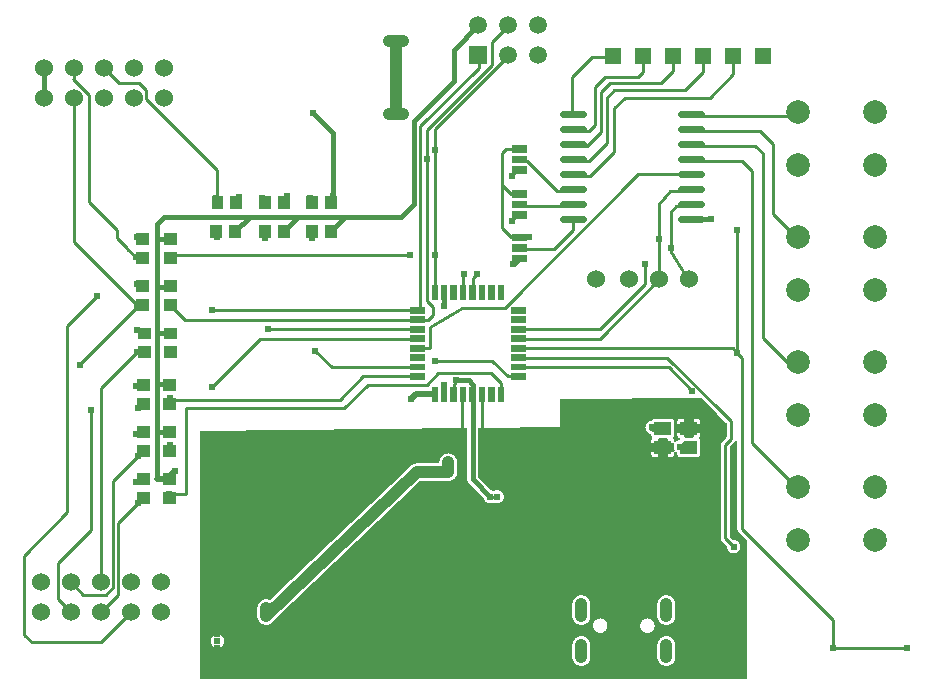
<source format=gbl>
G04 Layer: BottomLayer*
G04 EasyEDA v6.3.43, 2020-05-10T20:22:00+02:00*
G04 8efef6a7772f454f874d1fefd099d7f4,c718b20e53f548e3abf3144c64a63f4f,10*
G04 Gerber Generator version 0.2*
G04 Scale: 100 percent, Rotated: No, Reflected: No *
G04 Dimensions in millimeters *
G04 leading zeros omitted , absolute positions ,3 integer and 3 decimal *
%FSLAX33Y33*%
%MOMM*%
G90*
G71D02*

%ADD10C,0.254000*%
%ADD11C,0.499999*%
%ADD12C,0.999998*%
%ADD13C,0.259994*%
%ADD14C,0.399999*%
%ADD16C,0.599999*%
%ADD17C,0.610006*%
%ADD18C,0.609600*%
%ADD35C,1.524000*%
%ADD36C,1.498600*%
%ADD37R,1.498600X1.498600*%
%ADD38R,1.414780X1.414780*%
%ADD39C,1.999996*%

%LPD*%
G36*
G01X59623Y24092D02*
G01X59622Y24092D01*
G01X47800Y24000D01*
G01X47786Y23999D01*
G01X47772Y23996D01*
G01X47759Y23991D01*
G01X47746Y23984D01*
G01X47734Y23975D01*
G01X47724Y23965D01*
G01X47716Y23953D01*
G01X47709Y23941D01*
G01X47704Y23927D01*
G01X47701Y23913D01*
G01X47700Y23899D01*
G01X47700Y21599D01*
G01X40863Y21532D01*
G01X40849Y21531D01*
G01X40835Y21528D01*
G01X40821Y21523D01*
G01X40809Y21516D01*
G01X40797Y21507D01*
G01X40787Y21497D01*
G01X40778Y21485D01*
G01X40772Y21473D01*
G01X40767Y21459D01*
G01X40764Y21445D01*
G01X40763Y21431D01*
G01X40763Y17433D01*
G01X40764Y17418D01*
G01X40768Y17402D01*
G01X40774Y17387D01*
G01X40782Y17374D01*
G01X40792Y17362D01*
G01X41862Y16292D01*
G01X41873Y16282D01*
G01X41885Y16275D01*
G01X41898Y16269D01*
G01X41912Y16264D01*
G01X41955Y16253D01*
G01X41997Y16239D01*
G01X42038Y16221D01*
G01X42052Y16215D01*
G01X42067Y16212D01*
G01X42082Y16211D01*
G01X42098Y16212D01*
G01X42112Y16215D01*
G01X42127Y16221D01*
G01X42160Y16236D01*
G01X42194Y16249D01*
G01X42229Y16259D01*
G01X42264Y16267D01*
G01X42300Y16273D01*
G01X42337Y16277D01*
G01X42373Y16278D01*
G01X42407Y16277D01*
G01X42441Y16274D01*
G01X42474Y16269D01*
G01X42507Y16262D01*
G01X42540Y16252D01*
G01X42572Y16241D01*
G01X42603Y16228D01*
G01X42634Y16214D01*
G01X42663Y16197D01*
G01X42692Y16179D01*
G01X42719Y16158D01*
G01X42745Y16137D01*
G01X42770Y16113D01*
G01X42793Y16089D01*
G01X42815Y16063D01*
G01X42835Y16035D01*
G01X42853Y16007D01*
G01X42870Y15977D01*
G01X42885Y15947D01*
G01X42898Y15916D01*
G01X42909Y15884D01*
G01X42918Y15851D01*
G01X42925Y15818D01*
G01X42930Y15784D01*
G01X42933Y15750D01*
G01X42934Y15717D01*
G01X42933Y15683D01*
G01X42930Y15649D01*
G01X42925Y15615D01*
G01X42918Y15582D01*
G01X42909Y15550D01*
G01X42898Y15517D01*
G01X42885Y15486D01*
G01X42870Y15456D01*
G01X42853Y15426D01*
G01X42835Y15398D01*
G01X42815Y15370D01*
G01X42793Y15344D01*
G01X42770Y15320D01*
G01X42745Y15296D01*
G01X42719Y15275D01*
G01X42692Y15255D01*
G01X42663Y15236D01*
G01X42634Y15219D01*
G01X42603Y15205D01*
G01X42572Y15192D01*
G01X42540Y15181D01*
G01X42507Y15172D01*
G01X42474Y15164D01*
G01X42441Y15159D01*
G01X42407Y15156D01*
G01X42373Y15155D01*
G01X42337Y15156D01*
G01X42301Y15160D01*
G01X42265Y15166D01*
G01X42230Y15174D01*
G01X42195Y15184D01*
G01X42161Y15197D01*
G01X42128Y15212D01*
G01X42113Y15217D01*
G01X42099Y15221D01*
G01X42083Y15222D01*
G01X42068Y15221D01*
G01X42053Y15217D01*
G01X42039Y15212D01*
G01X42005Y15197D01*
G01X41971Y15184D01*
G01X41936Y15173D01*
G01X41901Y15165D01*
G01X41865Y15159D01*
G01X41829Y15156D01*
G01X41792Y15155D01*
G01X41758Y15156D01*
G01X41723Y15159D01*
G01X41689Y15164D01*
G01X41655Y15172D01*
G01X41622Y15181D01*
G01X41590Y15193D01*
G01X41558Y15206D01*
G01X41527Y15221D01*
G01X41497Y15239D01*
G01X41468Y15258D01*
G01X41441Y15279D01*
G01X41414Y15301D01*
G01X41389Y15325D01*
G01X41366Y15351D01*
G01X41344Y15378D01*
G01X41324Y15406D01*
G01X41306Y15435D01*
G01X41290Y15466D01*
G01X41275Y15497D01*
G01X41263Y15529D01*
G01X41253Y15562D01*
G01X41244Y15596D01*
G01X41240Y15610D01*
G01X41234Y15623D01*
G01X41226Y15635D01*
G01X41217Y15646D01*
G01X39983Y16879D01*
G01X39961Y16903D01*
G01X39941Y16929D01*
G01X39922Y16955D01*
G01X39905Y16983D01*
G01X39891Y17013D01*
G01X39878Y17043D01*
G01X39868Y17074D01*
G01X39860Y17105D01*
G01X39854Y17137D01*
G01X39851Y17170D01*
G01X39849Y17202D01*
G01X39849Y21420D01*
G01X39848Y21434D01*
G01X39845Y21448D01*
G01X39840Y21462D01*
G01X39833Y21475D01*
G01X39825Y21486D01*
G01X39814Y21496D01*
G01X39803Y21505D01*
G01X39790Y21512D01*
G01X39777Y21517D01*
G01X39762Y21520D01*
G01X39748Y21521D01*
G01X39747Y21521D01*
G01X17300Y21300D01*
G01X17286Y21299D01*
G01X17272Y21296D01*
G01X17258Y21291D01*
G01X17246Y21284D01*
G01X17234Y21275D01*
G01X17224Y21265D01*
G01X17215Y21254D01*
G01X17209Y21241D01*
G01X17204Y21227D01*
G01X17201Y21213D01*
G01X17200Y21199D01*
G01X17200Y358D01*
G01X17201Y343D01*
G01X17204Y329D01*
G01X17209Y315D01*
G01X17216Y303D01*
G01X17224Y291D01*
G01X17235Y281D01*
G01X17246Y272D01*
G01X17259Y265D01*
G01X17273Y260D01*
G01X17287Y257D01*
G01X17301Y256D01*
G01X63439Y256D01*
G01X63453Y257D01*
G01X63467Y260D01*
G01X63481Y265D01*
G01X63494Y272D01*
G01X63505Y281D01*
G01X63516Y291D01*
G01X63524Y303D01*
G01X63531Y315D01*
G01X63536Y329D01*
G01X63539Y343D01*
G01X63540Y358D01*
G01X63540Y11974D01*
G01X63539Y11989D01*
G01X63535Y12005D01*
G01X63529Y12020D01*
G01X63521Y12033D01*
G01X63511Y12045D01*
G01X62828Y12728D01*
G01X62808Y12750D01*
G01X62789Y12774D01*
G01X62772Y12799D01*
G01X62757Y12825D01*
G01X62745Y12852D01*
G01X62734Y12881D01*
G01X62726Y12910D01*
G01X62720Y12939D01*
G01X62717Y12969D01*
G01X62716Y12999D01*
G01X62716Y20346D01*
G01X62715Y20360D01*
G01X62711Y20375D01*
G01X62706Y20388D01*
G01X62699Y20401D01*
G01X62691Y20412D01*
G01X62681Y20423D01*
G01X62669Y20431D01*
G01X62656Y20438D01*
G01X62643Y20443D01*
G01X62628Y20447D01*
G01X62614Y20448D01*
G01X62599Y20446D01*
G01X62585Y20443D01*
G01X62571Y20438D01*
G01X62558Y20431D01*
G01X62546Y20422D01*
G01X62536Y20411D01*
G01X62527Y20399D01*
G01X62511Y20374D01*
G01X62492Y20350D01*
G01X62471Y20328D01*
G01X62113Y19969D01*
G01X62103Y19957D01*
G01X62094Y19944D01*
G01X62088Y19929D01*
G01X62084Y19913D01*
G01X62083Y19898D01*
G01X62083Y12401D01*
G01X62084Y12385D01*
G01X62088Y12369D01*
G01X62094Y12354D01*
G01X62103Y12341D01*
G01X62113Y12329D01*
G01X62353Y12090D01*
G01X62364Y12080D01*
G01X62377Y12072D01*
G01X62391Y12066D01*
G01X62406Y12062D01*
G01X62421Y12060D01*
G01X62455Y12058D01*
G01X62489Y12054D01*
G01X62523Y12047D01*
G01X62556Y12038D01*
G01X62589Y12028D01*
G01X62621Y12015D01*
G01X62652Y12001D01*
G01X62683Y11984D01*
G01X62712Y11966D01*
G01X62740Y11946D01*
G01X62766Y11924D01*
G01X62792Y11901D01*
G01X62816Y11876D01*
G01X62838Y11850D01*
G01X62859Y11823D01*
G01X62878Y11794D01*
G01X62895Y11764D01*
G01X62910Y11733D01*
G01X62923Y11701D01*
G01X62935Y11669D01*
G01X62944Y11636D01*
G01X62952Y11602D01*
G01X62957Y11568D01*
G01X62960Y11534D01*
G01X62961Y11499D01*
G01X62960Y11465D01*
G01X62957Y11432D01*
G01X62952Y11398D01*
G01X62945Y11365D01*
G01X62936Y11332D01*
G01X62925Y11300D01*
G01X62912Y11269D01*
G01X62897Y11239D01*
G01X62880Y11209D01*
G01X62862Y11181D01*
G01X62842Y11153D01*
G01X62820Y11127D01*
G01X62797Y11102D01*
G01X62772Y11079D01*
G01X62746Y11057D01*
G01X62719Y11037D01*
G01X62690Y11019D01*
G01X62661Y11002D01*
G01X62630Y10987D01*
G01X62599Y10975D01*
G01X62567Y10963D01*
G01X62534Y10954D01*
G01X62501Y10947D01*
G01X62467Y10942D01*
G01X62434Y10939D01*
G01X62400Y10938D01*
G01X62365Y10939D01*
G01X62331Y10942D01*
G01X62297Y10948D01*
G01X62263Y10955D01*
G01X62230Y10964D01*
G01X62197Y10976D01*
G01X62165Y10989D01*
G01X62135Y11005D01*
G01X62105Y11022D01*
G01X62076Y11041D01*
G01X62048Y11062D01*
G01X62022Y11084D01*
G01X61997Y11108D01*
G01X61974Y11133D01*
G01X61952Y11160D01*
G01X61932Y11188D01*
G01X61914Y11218D01*
G01X61898Y11248D01*
G01X61883Y11279D01*
G01X61871Y11312D01*
G01X61860Y11344D01*
G01X61852Y11378D01*
G01X61845Y11412D01*
G01X61841Y11446D01*
G01X61839Y11480D01*
G01X61837Y11496D01*
G01X61833Y11510D01*
G01X61827Y11524D01*
G01X61819Y11537D01*
G01X61809Y11549D01*
G01X61429Y11927D01*
G01X61408Y11950D01*
G01X61390Y11973D01*
G01X61373Y11998D01*
G01X61358Y12025D01*
G01X61345Y12052D01*
G01X61335Y12080D01*
G01X61327Y12109D01*
G01X61321Y12139D01*
G01X61317Y12169D01*
G01X61316Y12199D01*
G01X61316Y20099D01*
G01X61317Y20129D01*
G01X61321Y20159D01*
G01X61327Y20188D01*
G01X61335Y20217D01*
G01X61345Y20245D01*
G01X61358Y20273D01*
G01X61373Y20299D01*
G01X61389Y20324D01*
G01X61408Y20348D01*
G01X61428Y20370D01*
G01X61787Y20728D01*
G01X61797Y20740D01*
G01X61805Y20754D01*
G01X61811Y20768D01*
G01X61815Y20784D01*
G01X61816Y20800D01*
G01X61816Y21898D01*
G01X61815Y21914D01*
G01X61811Y21930D01*
G01X61805Y21944D01*
G01X61797Y21958D01*
G01X61786Y21970D01*
G01X61027Y22728D01*
G01X61010Y22747D01*
G01X61005Y22751D01*
G01X59694Y24062D01*
G01X59682Y24073D01*
G01X59669Y24081D01*
G01X59654Y24087D01*
G01X59638Y24091D01*
G01X59623Y24092D01*
G37*

%LPC*%
G36*
G01X38279Y19384D02*
G01X38240Y19385D01*
G01X38200Y19384D01*
G01X38161Y19381D01*
G01X38121Y19376D01*
G01X38082Y19369D01*
G01X38044Y19360D01*
G01X38006Y19349D01*
G01X37969Y19335D01*
G01X37932Y19320D01*
G01X37896Y19303D01*
G01X37862Y19284D01*
G01X37828Y19264D01*
G01X37795Y19241D01*
G01X37764Y19217D01*
G01X37734Y19192D01*
G01X37705Y19164D01*
G01X37678Y19136D01*
G01X37652Y19106D01*
G01X37628Y19074D01*
G01X37605Y19042D01*
G01X37585Y19008D01*
G01X37566Y18973D01*
G01X37549Y18937D01*
G01X37534Y18901D01*
G01X37520Y18864D01*
G01X37509Y18826D01*
G01X37500Y18787D01*
G01X37492Y18748D01*
G01X37487Y18709D01*
G01X37484Y18670D01*
G01X37482Y18655D01*
G01X37478Y18640D01*
G01X37472Y18626D01*
G01X37463Y18613D01*
G01X37453Y18602D01*
G01X37441Y18592D01*
G01X37428Y18584D01*
G01X37414Y18579D01*
G01X37399Y18575D01*
G01X37384Y18574D01*
G01X35592Y18556D01*
G01X35552Y18555D01*
G01X35511Y18551D01*
G01X35471Y18545D01*
G01X35431Y18537D01*
G01X35392Y18527D01*
G01X35353Y18515D01*
G01X35315Y18501D01*
G01X35278Y18484D01*
G01X35242Y18466D01*
G01X35206Y18446D01*
G01X35172Y18424D01*
G01X35139Y18400D01*
G01X35108Y18374D01*
G01X35078Y18347D01*
G01X23191Y7025D01*
G01X23179Y7015D01*
G01X23166Y7007D01*
G01X23151Y7001D01*
G01X23136Y6998D01*
G01X23121Y6997D01*
G01X23104Y6998D01*
G01X23087Y7003D01*
G01X23046Y7016D01*
G01X23004Y7027D01*
G01X22962Y7035D01*
G01X22919Y7042D01*
G01X22876Y7045D01*
G01X22833Y7047D01*
G01X22793Y7045D01*
G01X22753Y7042D01*
G01X22714Y7037D01*
G01X22675Y7030D01*
G01X22637Y7021D01*
G01X22599Y7009D01*
G01X22561Y6996D01*
G01X22525Y6981D01*
G01X22489Y6964D01*
G01X22454Y6945D01*
G01X22421Y6924D01*
G01X22388Y6902D01*
G01X22356Y6878D01*
G01X22326Y6852D01*
G01X22298Y6825D01*
G01X22270Y6796D01*
G01X22245Y6766D01*
G01X22220Y6735D01*
G01X22198Y6702D01*
G01X22177Y6668D01*
G01X22158Y6633D01*
G01X22141Y6598D01*
G01X22126Y6561D01*
G01X22113Y6524D01*
G01X22102Y6486D01*
G01X22093Y6447D01*
G01X22085Y6408D01*
G01X22080Y6369D01*
G01X22077Y6330D01*
G01X22076Y6290D01*
G01X22076Y5638D01*
G01X22077Y5599D01*
G01X22080Y5559D01*
G01X22085Y5520D01*
G01X22093Y5481D01*
G01X22102Y5443D01*
G01X22113Y5405D01*
G01X22126Y5367D01*
G01X22141Y5331D01*
G01X22158Y5295D01*
G01X22177Y5260D01*
G01X22198Y5226D01*
G01X22220Y5194D01*
G01X22245Y5162D01*
G01X22270Y5132D01*
G01X22326Y5076D01*
G01X22356Y5051D01*
G01X22388Y5026D01*
G01X22420Y5004D01*
G01X22454Y4983D01*
G01X22489Y4964D01*
G01X22525Y4947D01*
G01X22561Y4932D01*
G01X22599Y4919D01*
G01X22637Y4908D01*
G01X22675Y4898D01*
G01X22714Y4891D01*
G01X22753Y4886D01*
G01X22793Y4883D01*
G01X22833Y4882D01*
G01X22874Y4883D01*
G01X22915Y4886D01*
G01X22956Y4892D01*
G01X22997Y4900D01*
G01X23037Y4910D01*
G01X23077Y4923D01*
G01X23116Y4937D01*
G01X23154Y4954D01*
G01X23191Y4972D01*
G01X23227Y4993D01*
G01X23262Y5015D01*
G01X23295Y5040D01*
G01X23327Y5066D01*
G01X23358Y5094D01*
G01X35876Y17018D01*
G01X35888Y17028D01*
G01X35901Y17036D01*
G01X35915Y17041D01*
G01X35930Y17045D01*
G01X35945Y17046D01*
G01X38247Y17069D01*
G01X38286Y17070D01*
G01X38326Y17074D01*
G01X38364Y17079D01*
G01X38403Y17087D01*
G01X38441Y17096D01*
G01X38479Y17108D01*
G01X38516Y17121D01*
G01X38552Y17137D01*
G01X38588Y17154D01*
G01X38622Y17173D01*
G01X38656Y17194D01*
G01X38688Y17216D01*
G01X38719Y17240D01*
G01X38749Y17266D01*
G01X38777Y17293D01*
G01X38804Y17322D01*
G01X38829Y17352D01*
G01X38853Y17383D01*
G01X38875Y17416D01*
G01X38896Y17449D01*
G01X38915Y17484D01*
G01X38931Y17520D01*
G01X38946Y17556D01*
G01X38959Y17593D01*
G01X38971Y17631D01*
G01X38980Y17669D01*
G01X38987Y17708D01*
G01X38992Y17747D01*
G01X38995Y17786D01*
G01X38996Y17825D01*
G01X38996Y18629D01*
G01X38995Y18669D01*
G01X38992Y18708D01*
G01X38987Y18747D01*
G01X38980Y18786D01*
G01X38970Y18825D01*
G01X38959Y18863D01*
G01X38946Y18900D01*
G01X38931Y18937D01*
G01X38914Y18972D01*
G01X38895Y19007D01*
G01X38874Y19041D01*
G01X38852Y19074D01*
G01X38827Y19105D01*
G01X38802Y19135D01*
G01X38774Y19164D01*
G01X38746Y19191D01*
G01X38716Y19217D01*
G01X38684Y19241D01*
G01X38652Y19263D01*
G01X38618Y19284D01*
G01X38583Y19303D01*
G01X38547Y19320D01*
G01X38511Y19335D01*
G01X38473Y19348D01*
G01X38435Y19360D01*
G01X38397Y19369D01*
G01X38358Y19376D01*
G01X38319Y19381D01*
G01X38279Y19384D01*
G37*
G36*
G01X57099Y22331D02*
G01X55699Y22331D01*
G01X55675Y22330D01*
G01X55651Y22327D01*
G01X55627Y22321D01*
G01X55604Y22313D01*
G01X55582Y22303D01*
G01X55560Y22290D01*
G01X55541Y22276D01*
G01X55522Y22260D01*
G01X55505Y22242D01*
G01X55490Y22223D01*
G01X55477Y22202D01*
G01X55469Y22190D01*
G01X55458Y22179D01*
G01X55447Y22170D01*
G01X55434Y22162D01*
G01X55420Y22156D01*
G01X55406Y22153D01*
G01X55372Y22146D01*
G01X55339Y22137D01*
G01X55307Y22127D01*
G01X55275Y22114D01*
G01X55244Y22099D01*
G01X55214Y22083D01*
G01X55185Y22064D01*
G01X55157Y22044D01*
G01X55131Y22023D01*
G01X55106Y21999D01*
G01X55082Y21975D01*
G01X55060Y21948D01*
G01X55039Y21921D01*
G01X55021Y21892D01*
G01X55004Y21863D01*
G01X54989Y21832D01*
G01X54975Y21800D01*
G01X54964Y21768D01*
G01X54955Y21735D01*
G01X54948Y21702D01*
G01X54942Y21668D01*
G01X54939Y21634D01*
G01X54938Y21599D01*
G01X54939Y21565D01*
G01X54942Y21531D01*
G01X54948Y21497D01*
G01X54955Y21463D01*
G01X54964Y21430D01*
G01X54976Y21398D01*
G01X54989Y21366D01*
G01X55004Y21336D01*
G01X55021Y21306D01*
G01X55040Y21277D01*
G01X55061Y21250D01*
G01X55083Y21223D01*
G01X55107Y21199D01*
G01X55132Y21175D01*
G01X55158Y21154D01*
G01X55186Y21134D01*
G01X55215Y21115D01*
G01X55245Y21099D01*
G01X55277Y21084D01*
G01X55308Y21072D01*
G01X55341Y21061D01*
G01X55360Y21053D01*
G01X55384Y21041D01*
G01X55397Y21034D01*
G01X55408Y21025D01*
G01X55418Y21015D01*
G01X55427Y21003D01*
G01X55434Y20991D01*
G01X55439Y20977D01*
G01X55442Y20963D01*
G01X55443Y20949D01*
G01X55443Y20925D01*
G01X55444Y20900D01*
G01X55448Y20875D01*
G01X55454Y20851D01*
G01X55462Y20828D01*
G01X55472Y20805D01*
G01X55485Y20784D01*
G01X55510Y20749D01*
G01X55517Y20733D01*
G01X55521Y20717D01*
G01X55522Y20700D01*
G01X55521Y20682D01*
G01X55517Y20666D01*
G01X55510Y20650D01*
G01X55500Y20636D01*
G01X55485Y20616D01*
G01X55472Y20594D01*
G01X55462Y20572D01*
G01X55454Y20548D01*
G01X55448Y20524D01*
G01X55444Y20499D01*
G01X55443Y20474D01*
G01X55443Y20250D01*
G01X55986Y20250D01*
G01X55986Y20567D01*
G01X55987Y20581D01*
G01X55990Y20595D01*
G01X55995Y20609D01*
G01X56002Y20621D01*
G01X56011Y20633D01*
G01X56021Y20643D01*
G01X56033Y20652D01*
G01X56045Y20659D01*
G01X56059Y20664D01*
G01X56073Y20667D01*
G01X56088Y20668D01*
G01X56711Y20668D01*
G01X56726Y20667D01*
G01X56740Y20664D01*
G01X56753Y20659D01*
G01X56766Y20652D01*
G01X56778Y20643D01*
G01X56788Y20633D01*
G01X56797Y20621D01*
G01X56804Y20609D01*
G01X56809Y20595D01*
G01X56812Y20581D01*
G01X56813Y20567D01*
G01X56813Y20250D01*
G01X57264Y20250D01*
G01X57279Y20249D01*
G01X57293Y20246D01*
G01X57307Y20241D01*
G01X57319Y20234D01*
G01X57331Y20226D01*
G01X57341Y20215D01*
G01X57350Y20204D01*
G01X57357Y20191D01*
G01X57362Y20178D01*
G01X57365Y20163D01*
G01X57366Y20149D01*
G01X57365Y20134D01*
G01X57362Y20120D01*
G01X57351Y20080D01*
G01X57344Y20040D01*
G01X57340Y20000D01*
G01X57338Y19959D01*
G01X57339Y19925D01*
G01X57342Y19891D01*
G01X57347Y19858D01*
G01X57355Y19824D01*
G01X57364Y19792D01*
G01X57375Y19759D01*
G01X57388Y19728D01*
G01X57403Y19697D01*
G01X57409Y19682D01*
G01X57413Y19666D01*
G01X57415Y19650D01*
G01X57414Y19636D01*
G01X57411Y19621D01*
G01X57399Y19595D01*
G01X57390Y19584D01*
G01X57380Y19573D01*
G01X57368Y19565D01*
G01X57355Y19558D01*
G01X57342Y19553D01*
G01X57328Y19550D01*
G01X57313Y19548D01*
G01X56813Y19548D01*
G01X56813Y19068D01*
G01X57099Y19068D01*
G01X57123Y19069D01*
G01X57147Y19072D01*
G01X57170Y19078D01*
G01X57192Y19085D01*
G01X57214Y19095D01*
G01X57234Y19106D01*
G01X57254Y19120D01*
G01X57272Y19135D01*
G01X57289Y19152D01*
G01X57304Y19170D01*
G01X57317Y19189D01*
G01X57329Y19210D01*
G01X57339Y19232D01*
G01X57346Y19254D01*
G01X57352Y19277D01*
G01X57355Y19301D01*
G01X57356Y19324D01*
G01X57356Y19465D01*
G01X57357Y19479D01*
G01X57360Y19494D01*
G01X57365Y19507D01*
G01X57372Y19520D01*
G01X57381Y19532D01*
G01X57391Y19542D01*
G01X57403Y19551D01*
G01X57415Y19557D01*
G01X57429Y19563D01*
G01X57443Y19566D01*
G01X57458Y19567D01*
G01X57472Y19566D01*
G01X57487Y19562D01*
G01X57501Y19557D01*
G01X57514Y19550D01*
G01X57525Y19541D01*
G01X57560Y19512D01*
G01X57596Y19487D01*
G01X57608Y19478D01*
G01X57618Y19468D01*
G01X57627Y19456D01*
G01X57634Y19443D01*
G01X57639Y19430D01*
G01X57642Y19416D01*
G01X57643Y19401D01*
G01X57643Y19324D01*
G01X57644Y19301D01*
G01X57648Y19277D01*
G01X57653Y19254D01*
G01X57660Y19232D01*
G01X57670Y19210D01*
G01X57682Y19189D01*
G01X57695Y19170D01*
G01X57710Y19152D01*
G01X57727Y19135D01*
G01X57745Y19120D01*
G01X57765Y19106D01*
G01X57785Y19095D01*
G01X57807Y19085D01*
G01X57830Y19078D01*
G01X57853Y19072D01*
G01X57876Y19069D01*
G01X57900Y19068D01*
G01X59300Y19068D01*
G01X59323Y19069D01*
G01X59347Y19072D01*
G01X59370Y19078D01*
G01X59392Y19085D01*
G01X59414Y19095D01*
G01X59435Y19106D01*
G01X59454Y19120D01*
G01X59473Y19135D01*
G01X59489Y19152D01*
G01X59504Y19170D01*
G01X59518Y19189D01*
G01X59529Y19210D01*
G01X59539Y19232D01*
G01X59546Y19254D01*
G01X59552Y19277D01*
G01X59555Y19301D01*
G01X59556Y19324D01*
G01X59556Y20474D01*
G01X59555Y20499D01*
G01X59551Y20524D01*
G01X59545Y20548D01*
G01X59537Y20572D01*
G01X59527Y20594D01*
G01X59514Y20616D01*
G01X59499Y20636D01*
G01X59490Y20650D01*
G01X59482Y20666D01*
G01X59478Y20682D01*
G01X59477Y20700D01*
G01X59478Y20717D01*
G01X59482Y20733D01*
G01X59490Y20749D01*
G01X59499Y20763D01*
G01X59514Y20784D01*
G01X59526Y20805D01*
G01X59537Y20827D01*
G01X59545Y20851D01*
G01X59551Y20875D01*
G01X59555Y20900D01*
G01X59556Y20925D01*
G01X59556Y21149D01*
G01X59013Y21149D01*
G01X59013Y20833D01*
G01X59012Y20818D01*
G01X59009Y20804D01*
G01X59004Y20790D01*
G01X58997Y20778D01*
G01X58988Y20766D01*
G01X58978Y20756D01*
G01X58966Y20747D01*
G01X58954Y20740D01*
G01X58940Y20735D01*
G01X58926Y20732D01*
G01X58911Y20731D01*
G01X58288Y20731D01*
G01X58273Y20732D01*
G01X58259Y20735D01*
G01X58245Y20740D01*
G01X58233Y20747D01*
G01X58221Y20756D01*
G01X58211Y20766D01*
G01X58202Y20778D01*
G01X58195Y20790D01*
G01X58190Y20804D01*
G01X58187Y20818D01*
G01X58186Y20833D01*
G01X58186Y21149D01*
G01X57643Y21149D01*
G01X57643Y20925D01*
G01X57644Y20901D01*
G01X57647Y20877D01*
G01X57653Y20854D01*
G01X57660Y20831D01*
G01X57670Y20810D01*
G01X57682Y20789D01*
G01X57695Y20769D01*
G01X57711Y20751D01*
G01X57728Y20734D01*
G01X57746Y20719D01*
G01X57766Y20706D01*
G01X57787Y20694D01*
G01X57800Y20686D01*
G01X57813Y20676D01*
G01X57823Y20663D01*
G01X57832Y20650D01*
G01X57838Y20635D01*
G01X57842Y20619D01*
G01X57843Y20603D01*
G01X57842Y20588D01*
G01X57839Y20573D01*
G01X57834Y20559D01*
G01X57826Y20546D01*
G01X57817Y20535D01*
G01X57806Y20524D01*
G01X57794Y20516D01*
G01X57780Y20509D01*
G01X57766Y20504D01*
G01X57733Y20495D01*
G01X57700Y20484D01*
G01X57669Y20471D01*
G01X57638Y20456D01*
G01X57608Y20439D01*
G01X57579Y20420D01*
G01X57552Y20400D01*
G01X57525Y20377D01*
G01X57514Y20368D01*
G01X57501Y20361D01*
G01X57487Y20356D01*
G01X57472Y20353D01*
G01X57458Y20352D01*
G01X57443Y20353D01*
G01X57429Y20356D01*
G01X57415Y20361D01*
G01X57403Y20368D01*
G01X57391Y20376D01*
G01X57381Y20387D01*
G01X57372Y20398D01*
G01X57365Y20411D01*
G01X57360Y20425D01*
G01X57357Y20439D01*
G01X57356Y20453D01*
G01X57356Y20474D01*
G01X57355Y20499D01*
G01X57351Y20524D01*
G01X57345Y20548D01*
G01X57337Y20572D01*
G01X57326Y20594D01*
G01X57314Y20616D01*
G01X57299Y20636D01*
G01X57289Y20650D01*
G01X57282Y20666D01*
G01X57278Y20682D01*
G01X57276Y20700D01*
G01X57278Y20717D01*
G01X57282Y20733D01*
G01X57289Y20749D01*
G01X57314Y20784D01*
G01X57326Y20805D01*
G01X57337Y20828D01*
G01X57345Y20851D01*
G01X57351Y20875D01*
G01X57355Y20900D01*
G01X57356Y20925D01*
G01X57356Y22075D01*
G01X57355Y22098D01*
G01X57352Y22122D01*
G01X57346Y22145D01*
G01X57339Y22167D01*
G01X57329Y22189D01*
G01X57317Y22210D01*
G01X57304Y22229D01*
G01X57289Y22248D01*
G01X57272Y22264D01*
G01X57254Y22279D01*
G01X57234Y22293D01*
G01X57214Y22304D01*
G01X57192Y22314D01*
G01X57170Y22321D01*
G01X57147Y22327D01*
G01X57123Y22330D01*
G01X57099Y22331D01*
G37*
G36*
G01X49543Y3914D02*
G01X49504Y3915D01*
G01X49464Y3914D01*
G01X49424Y3911D01*
G01X49385Y3906D01*
G01X49346Y3899D01*
G01X49308Y3890D01*
G01X49270Y3878D01*
G01X49232Y3865D01*
G01X49196Y3850D01*
G01X49160Y3833D01*
G01X49125Y3814D01*
G01X49092Y3793D01*
G01X49059Y3771D01*
G01X49027Y3747D01*
G01X48997Y3721D01*
G01X48969Y3694D01*
G01X48941Y3665D01*
G01X48916Y3635D01*
G01X48891Y3604D01*
G01X48869Y3571D01*
G01X48848Y3537D01*
G01X48829Y3502D01*
G01X48812Y3467D01*
G01X48797Y3430D01*
G01X48784Y3393D01*
G01X48773Y3355D01*
G01X48764Y3316D01*
G01X48756Y3277D01*
G01X48751Y3238D01*
G01X48748Y3199D01*
G01X48747Y3159D01*
G01X48747Y2160D01*
G01X48748Y2121D01*
G01X48751Y2081D01*
G01X48756Y2042D01*
G01X48764Y2003D01*
G01X48773Y1964D01*
G01X48784Y1926D01*
G01X48797Y1889D01*
G01X48812Y1853D01*
G01X48829Y1817D01*
G01X48848Y1782D01*
G01X48869Y1748D01*
G01X48891Y1716D01*
G01X48916Y1684D01*
G01X48941Y1654D01*
G01X48969Y1625D01*
G01X48997Y1598D01*
G01X49027Y1572D01*
G01X49059Y1548D01*
G01X49092Y1526D01*
G01X49125Y1505D01*
G01X49160Y1486D01*
G01X49196Y1469D01*
G01X49232Y1454D01*
G01X49270Y1441D01*
G01X49308Y1429D01*
G01X49346Y1420D01*
G01X49385Y1413D01*
G01X49424Y1408D01*
G01X49464Y1405D01*
G01X49504Y1404D01*
G01X49543Y1405D01*
G01X49583Y1408D01*
G01X49622Y1413D01*
G01X49661Y1420D01*
G01X49699Y1429D01*
G01X49737Y1441D01*
G01X49775Y1454D01*
G01X49811Y1469D01*
G01X49847Y1486D01*
G01X49882Y1505D01*
G01X49916Y1526D01*
G01X49948Y1548D01*
G01X49980Y1572D01*
G01X50010Y1598D01*
G01X50038Y1625D01*
G01X50066Y1654D01*
G01X50091Y1684D01*
G01X50116Y1716D01*
G01X50138Y1748D01*
G01X50159Y1782D01*
G01X50178Y1817D01*
G01X50195Y1853D01*
G01X50210Y1889D01*
G01X50223Y1926D01*
G01X50234Y1964D01*
G01X50244Y2003D01*
G01X50251Y2042D01*
G01X50256Y2081D01*
G01X50259Y2121D01*
G01X50260Y2160D01*
G01X50260Y3159D01*
G01X50259Y3199D01*
G01X50256Y3238D01*
G01X50251Y3277D01*
G01X50244Y3316D01*
G01X50234Y3355D01*
G01X50223Y3393D01*
G01X50210Y3430D01*
G01X50195Y3467D01*
G01X50178Y3502D01*
G01X50159Y3537D01*
G01X50138Y3571D01*
G01X50116Y3604D01*
G01X50091Y3635D01*
G01X50066Y3665D01*
G01X50038Y3694D01*
G01X50010Y3721D01*
G01X49980Y3747D01*
G01X49948Y3771D01*
G01X49916Y3793D01*
G01X49882Y3814D01*
G01X49847Y3833D01*
G01X49811Y3850D01*
G01X49775Y3865D01*
G01X49737Y3878D01*
G01X49699Y3890D01*
G01X49661Y3899D01*
G01X49622Y3906D01*
G01X49583Y3911D01*
G01X49543Y3914D01*
G37*
G36*
G01X49543Y7384D02*
G01X49504Y7385D01*
G01X49464Y7384D01*
G01X49424Y7381D01*
G01X49385Y7376D01*
G01X49346Y7369D01*
G01X49308Y7359D01*
G01X49270Y7348D01*
G01X49232Y7335D01*
G01X49196Y7320D01*
G01X49160Y7303D01*
G01X49125Y7284D01*
G01X49092Y7263D01*
G01X49059Y7241D01*
G01X49027Y7217D01*
G01X48997Y7191D01*
G01X48969Y7164D01*
G01X48941Y7135D01*
G01X48916Y7105D01*
G01X48891Y7073D01*
G01X48869Y7041D01*
G01X48848Y7007D01*
G01X48829Y6972D01*
G01X48812Y6936D01*
G01X48797Y6900D01*
G01X48784Y6862D01*
G01X48773Y6824D01*
G01X48764Y6786D01*
G01X48756Y6747D01*
G01X48751Y6708D01*
G01X48748Y6668D01*
G01X48747Y6629D01*
G01X48747Y5630D01*
G01X48748Y5590D01*
G01X48751Y5551D01*
G01X48756Y5512D01*
G01X48764Y5473D01*
G01X48773Y5434D01*
G01X48784Y5396D01*
G01X48797Y5359D01*
G01X48812Y5322D01*
G01X48829Y5286D01*
G01X48848Y5252D01*
G01X48869Y5218D01*
G01X48891Y5185D01*
G01X48916Y5154D01*
G01X48941Y5124D01*
G01X48969Y5095D01*
G01X48997Y5068D01*
G01X49027Y5042D01*
G01X49059Y5018D01*
G01X49092Y4995D01*
G01X49125Y4975D01*
G01X49160Y4956D01*
G01X49196Y4939D01*
G01X49232Y4924D01*
G01X49270Y4910D01*
G01X49308Y4899D01*
G01X49346Y4890D01*
G01X49385Y4883D01*
G01X49424Y4877D01*
G01X49464Y4874D01*
G01X49504Y4873D01*
G01X49543Y4874D01*
G01X49583Y4877D01*
G01X49622Y4883D01*
G01X49661Y4890D01*
G01X49699Y4899D01*
G01X49737Y4910D01*
G01X49775Y4924D01*
G01X49811Y4939D01*
G01X49847Y4956D01*
G01X49882Y4975D01*
G01X49916Y4995D01*
G01X49948Y5018D01*
G01X49980Y5042D01*
G01X50010Y5068D01*
G01X50038Y5095D01*
G01X50066Y5124D01*
G01X50091Y5154D01*
G01X50116Y5185D01*
G01X50138Y5218D01*
G01X50159Y5252D01*
G01X50178Y5286D01*
G01X50195Y5322D01*
G01X50210Y5359D01*
G01X50223Y5396D01*
G01X50234Y5434D01*
G01X50244Y5473D01*
G01X50251Y5512D01*
G01X50256Y5551D01*
G01X50259Y5590D01*
G01X50260Y5630D01*
G01X50260Y6629D01*
G01X50259Y6668D01*
G01X50256Y6708D01*
G01X50251Y6747D01*
G01X50244Y6786D01*
G01X50234Y6824D01*
G01X50223Y6862D01*
G01X50210Y6900D01*
G01X50195Y6936D01*
G01X50178Y6972D01*
G01X50159Y7007D01*
G01X50138Y7041D01*
G01X50116Y7073D01*
G01X50091Y7105D01*
G01X50066Y7135D01*
G01X50038Y7164D01*
G01X50010Y7191D01*
G01X49980Y7217D01*
G01X49948Y7241D01*
G01X49916Y7263D01*
G01X49882Y7284D01*
G01X49847Y7303D01*
G01X49811Y7320D01*
G01X49775Y7335D01*
G01X49737Y7348D01*
G01X49699Y7359D01*
G01X49661Y7369D01*
G01X49622Y7376D01*
G01X49583Y7381D01*
G01X49543Y7384D01*
G37*
G36*
G01X56741Y3914D02*
G01X56702Y3915D01*
G01X56662Y3914D01*
G01X56623Y3911D01*
G01X56584Y3906D01*
G01X56545Y3899D01*
G01X56506Y3890D01*
G01X56468Y3878D01*
G01X56431Y3865D01*
G01X56394Y3850D01*
G01X56358Y3833D01*
G01X56324Y3814D01*
G01X56290Y3793D01*
G01X56257Y3771D01*
G01X56226Y3747D01*
G01X56196Y3721D01*
G01X56167Y3694D01*
G01X56140Y3665D01*
G01X56114Y3635D01*
G01X56090Y3604D01*
G01X56067Y3571D01*
G01X56047Y3537D01*
G01X56028Y3502D01*
G01X56011Y3467D01*
G01X55996Y3430D01*
G01X55982Y3393D01*
G01X55971Y3355D01*
G01X55962Y3316D01*
G01X55955Y3277D01*
G01X55950Y3238D01*
G01X55946Y3199D01*
G01X55945Y3159D01*
G01X55945Y2160D01*
G01X55946Y2121D01*
G01X55950Y2081D01*
G01X55955Y2042D01*
G01X55962Y2003D01*
G01X55971Y1964D01*
G01X55982Y1926D01*
G01X55996Y1889D01*
G01X56011Y1853D01*
G01X56028Y1817D01*
G01X56047Y1782D01*
G01X56067Y1748D01*
G01X56090Y1716D01*
G01X56114Y1684D01*
G01X56140Y1654D01*
G01X56167Y1625D01*
G01X56196Y1598D01*
G01X56226Y1572D01*
G01X56257Y1548D01*
G01X56290Y1526D01*
G01X56324Y1505D01*
G01X56358Y1486D01*
G01X56394Y1469D01*
G01X56431Y1454D01*
G01X56468Y1441D01*
G01X56506Y1429D01*
G01X56545Y1420D01*
G01X56584Y1413D01*
G01X56623Y1408D01*
G01X56662Y1405D01*
G01X56702Y1404D01*
G01X56741Y1405D01*
G01X56781Y1408D01*
G01X56820Y1413D01*
G01X56859Y1420D01*
G01X56898Y1429D01*
G01X56936Y1441D01*
G01X56973Y1454D01*
G01X57010Y1469D01*
G01X57045Y1486D01*
G01X57080Y1505D01*
G01X57114Y1526D01*
G01X57147Y1548D01*
G01X57178Y1572D01*
G01X57208Y1598D01*
G01X57237Y1625D01*
G01X57264Y1654D01*
G01X57290Y1684D01*
G01X57314Y1716D01*
G01X57336Y1748D01*
G01X57357Y1782D01*
G01X57376Y1817D01*
G01X57393Y1853D01*
G01X57408Y1889D01*
G01X57421Y1926D01*
G01X57433Y1964D01*
G01X57442Y2003D01*
G01X57449Y2042D01*
G01X57454Y2081D01*
G01X57457Y2121D01*
G01X57458Y2160D01*
G01X57458Y3159D01*
G01X57457Y3199D01*
G01X57454Y3238D01*
G01X57449Y3277D01*
G01X57442Y3316D01*
G01X57433Y3355D01*
G01X57421Y3393D01*
G01X57408Y3430D01*
G01X57393Y3467D01*
G01X57376Y3502D01*
G01X57357Y3537D01*
G01X57336Y3571D01*
G01X57314Y3604D01*
G01X57290Y3635D01*
G01X57264Y3665D01*
G01X57237Y3694D01*
G01X57208Y3721D01*
G01X57178Y3747D01*
G01X57147Y3771D01*
G01X57114Y3793D01*
G01X57080Y3814D01*
G01X57045Y3833D01*
G01X57010Y3850D01*
G01X56973Y3865D01*
G01X56936Y3878D01*
G01X56898Y3890D01*
G01X56859Y3899D01*
G01X56820Y3906D01*
G01X56781Y3911D01*
G01X56741Y3914D01*
G37*
G36*
G01X56741Y7384D02*
G01X56702Y7385D01*
G01X56662Y7384D01*
G01X56623Y7381D01*
G01X56584Y7376D01*
G01X56545Y7369D01*
G01X56506Y7359D01*
G01X56468Y7348D01*
G01X56431Y7335D01*
G01X56394Y7320D01*
G01X56358Y7303D01*
G01X56324Y7284D01*
G01X56290Y7263D01*
G01X56257Y7241D01*
G01X56226Y7217D01*
G01X56196Y7191D01*
G01X56167Y7164D01*
G01X56140Y7135D01*
G01X56114Y7105D01*
G01X56090Y7073D01*
G01X56067Y7041D01*
G01X56047Y7007D01*
G01X56028Y6972D01*
G01X56011Y6936D01*
G01X55996Y6900D01*
G01X55982Y6862D01*
G01X55971Y6824D01*
G01X55962Y6786D01*
G01X55955Y6747D01*
G01X55950Y6708D01*
G01X55946Y6668D01*
G01X55945Y6629D01*
G01X55945Y5630D01*
G01X55946Y5590D01*
G01X55950Y5551D01*
G01X55955Y5512D01*
G01X55962Y5473D01*
G01X55971Y5434D01*
G01X55982Y5396D01*
G01X55996Y5359D01*
G01X56011Y5322D01*
G01X56028Y5286D01*
G01X56047Y5252D01*
G01X56067Y5218D01*
G01X56090Y5185D01*
G01X56114Y5154D01*
G01X56140Y5124D01*
G01X56167Y5095D01*
G01X56196Y5068D01*
G01X56226Y5042D01*
G01X56257Y5018D01*
G01X56290Y4995D01*
G01X56324Y4975D01*
G01X56358Y4956D01*
G01X56394Y4939D01*
G01X56431Y4924D01*
G01X56468Y4910D01*
G01X56506Y4899D01*
G01X56545Y4890D01*
G01X56584Y4883D01*
G01X56623Y4877D01*
G01X56662Y4874D01*
G01X56702Y4873D01*
G01X56741Y4874D01*
G01X56781Y4877D01*
G01X56820Y4883D01*
G01X56859Y4890D01*
G01X56898Y4899D01*
G01X56936Y4910D01*
G01X56973Y4924D01*
G01X57010Y4939D01*
G01X57045Y4956D01*
G01X57080Y4975D01*
G01X57114Y4995D01*
G01X57147Y5018D01*
G01X57178Y5042D01*
G01X57208Y5068D01*
G01X57237Y5095D01*
G01X57264Y5124D01*
G01X57290Y5154D01*
G01X57314Y5185D01*
G01X57336Y5218D01*
G01X57357Y5252D01*
G01X57376Y5286D01*
G01X57393Y5322D01*
G01X57408Y5359D01*
G01X57421Y5396D01*
G01X57433Y5434D01*
G01X57442Y5473D01*
G01X57449Y5512D01*
G01X57454Y5551D01*
G01X57457Y5590D01*
G01X57458Y5630D01*
G01X57458Y6629D01*
G01X57457Y6668D01*
G01X57454Y6708D01*
G01X57449Y6747D01*
G01X57442Y6786D01*
G01X57433Y6824D01*
G01X57421Y6862D01*
G01X57408Y6900D01*
G01X57393Y6936D01*
G01X57376Y6972D01*
G01X57357Y7007D01*
G01X57336Y7041D01*
G01X57314Y7073D01*
G01X57290Y7105D01*
G01X57264Y7135D01*
G01X57237Y7164D01*
G01X57208Y7191D01*
G01X57178Y7217D01*
G01X57147Y7241D01*
G01X57114Y7263D01*
G01X57080Y7284D01*
G01X57045Y7303D01*
G01X57010Y7320D01*
G01X56973Y7335D01*
G01X56936Y7348D01*
G01X56898Y7359D01*
G01X56859Y7369D01*
G01X56820Y7376D01*
G01X56781Y7381D01*
G01X56741Y7384D01*
G37*
G36*
G01X51138Y5415D02*
G01X51103Y5416D01*
G01X51068Y5415D01*
G01X51033Y5411D01*
G01X50998Y5406D01*
G01X50963Y5399D01*
G01X50929Y5390D01*
G01X50896Y5379D01*
G01X50863Y5366D01*
G01X50831Y5351D01*
G01X50800Y5334D01*
G01X50770Y5316D01*
G01X50741Y5296D01*
G01X50713Y5274D01*
G01X50687Y5250D01*
G01X50662Y5225D01*
G01X50638Y5199D01*
G01X50616Y5171D01*
G01X50596Y5142D01*
G01X50578Y5112D01*
G01X50561Y5081D01*
G01X50546Y5049D01*
G01X50533Y5016D01*
G01X50522Y4983D01*
G01X50513Y4949D01*
G01X50506Y4914D01*
G01X50501Y4879D01*
G01X50497Y4844D01*
G01X50496Y4809D01*
G01X50497Y4774D01*
G01X50501Y4739D01*
G01X50506Y4704D01*
G01X50513Y4669D01*
G01X50522Y4635D01*
G01X50533Y4602D01*
G01X50546Y4569D01*
G01X50561Y4537D01*
G01X50578Y4506D01*
G01X50596Y4476D01*
G01X50616Y4447D01*
G01X50638Y4419D01*
G01X50662Y4393D01*
G01X50687Y4368D01*
G01X50713Y4344D01*
G01X50741Y4322D01*
G01X50770Y4302D01*
G01X50800Y4284D01*
G01X50831Y4267D01*
G01X50863Y4252D01*
G01X50896Y4239D01*
G01X50929Y4228D01*
G01X50963Y4219D01*
G01X50998Y4212D01*
G01X51033Y4207D01*
G01X51068Y4203D01*
G01X51103Y4202D01*
G01X51138Y4203D01*
G01X51173Y4207D01*
G01X51208Y4212D01*
G01X51243Y4219D01*
G01X51277Y4228D01*
G01X51310Y4239D01*
G01X51343Y4252D01*
G01X51375Y4267D01*
G01X51406Y4284D01*
G01X51436Y4302D01*
G01X51465Y4322D01*
G01X51493Y4344D01*
G01X51519Y4368D01*
G01X51544Y4393D01*
G01X51568Y4419D01*
G01X51590Y4447D01*
G01X51610Y4476D01*
G01X51628Y4506D01*
G01X51645Y4537D01*
G01X51660Y4569D01*
G01X51673Y4602D01*
G01X51684Y4635D01*
G01X51693Y4669D01*
G01X51700Y4704D01*
G01X51705Y4739D01*
G01X51709Y4774D01*
G01X51710Y4809D01*
G01X51709Y4844D01*
G01X51705Y4879D01*
G01X51700Y4914D01*
G01X51693Y4949D01*
G01X51684Y4983D01*
G01X51673Y5016D01*
G01X51660Y5049D01*
G01X51645Y5081D01*
G01X51628Y5112D01*
G01X51610Y5142D01*
G01X51590Y5171D01*
G01X51568Y5199D01*
G01X51544Y5225D01*
G01X51519Y5250D01*
G01X51493Y5274D01*
G01X51465Y5296D01*
G01X51436Y5316D01*
G01X51406Y5334D01*
G01X51375Y5351D01*
G01X51343Y5366D01*
G01X51310Y5379D01*
G01X51277Y5390D01*
G01X51243Y5399D01*
G01X51208Y5406D01*
G01X51173Y5411D01*
G01X51138Y5415D01*
G37*
G36*
G01X55136Y5415D02*
G01X55101Y5416D01*
G01X55066Y5415D01*
G01X55031Y5411D01*
G01X54996Y5406D01*
G01X54961Y5399D01*
G01X54927Y5390D01*
G01X54894Y5379D01*
G01X54861Y5366D01*
G01X54829Y5351D01*
G01X54798Y5334D01*
G01X54768Y5316D01*
G01X54739Y5296D01*
G01X54711Y5274D01*
G01X54685Y5250D01*
G01X54660Y5225D01*
G01X54636Y5199D01*
G01X54614Y5171D01*
G01X54594Y5142D01*
G01X54576Y5112D01*
G01X54559Y5081D01*
G01X54544Y5049D01*
G01X54531Y5016D01*
G01X54520Y4983D01*
G01X54511Y4949D01*
G01X54504Y4914D01*
G01X54499Y4879D01*
G01X54495Y4844D01*
G01X54494Y4809D01*
G01X54495Y4774D01*
G01X54499Y4739D01*
G01X54504Y4704D01*
G01X54511Y4669D01*
G01X54520Y4635D01*
G01X54531Y4602D01*
G01X54544Y4569D01*
G01X54559Y4537D01*
G01X54576Y4506D01*
G01X54594Y4476D01*
G01X54614Y4447D01*
G01X54636Y4419D01*
G01X54660Y4393D01*
G01X54685Y4368D01*
G01X54711Y4344D01*
G01X54739Y4322D01*
G01X54768Y4302D01*
G01X54798Y4284D01*
G01X54829Y4267D01*
G01X54861Y4252D01*
G01X54894Y4239D01*
G01X54927Y4228D01*
G01X54961Y4219D01*
G01X54996Y4212D01*
G01X55031Y4207D01*
G01X55066Y4203D01*
G01X55101Y4202D01*
G01X55136Y4203D01*
G01X55171Y4207D01*
G01X55206Y4212D01*
G01X55241Y4219D01*
G01X55275Y4228D01*
G01X55308Y4239D01*
G01X55341Y4252D01*
G01X55373Y4267D01*
G01X55404Y4284D01*
G01X55434Y4302D01*
G01X55463Y4322D01*
G01X55491Y4344D01*
G01X55517Y4368D01*
G01X55542Y4393D01*
G01X55566Y4419D01*
G01X55588Y4447D01*
G01X55608Y4476D01*
G01X55626Y4506D01*
G01X55643Y4537D01*
G01X55658Y4569D01*
G01X55671Y4602D01*
G01X55682Y4635D01*
G01X55691Y4669D01*
G01X55698Y4704D01*
G01X55703Y4739D01*
G01X55707Y4774D01*
G01X55708Y4809D01*
G01X55707Y4844D01*
G01X55703Y4879D01*
G01X55698Y4914D01*
G01X55691Y4949D01*
G01X55682Y4983D01*
G01X55671Y5016D01*
G01X55658Y5049D01*
G01X55643Y5081D01*
G01X55626Y5112D01*
G01X55608Y5142D01*
G01X55588Y5171D01*
G01X55566Y5199D01*
G01X55542Y5225D01*
G01X55517Y5250D01*
G01X55491Y5274D01*
G01X55463Y5296D01*
G01X55434Y5316D01*
G01X55404Y5334D01*
G01X55373Y5351D01*
G01X55341Y5366D01*
G01X55308Y5379D01*
G01X55275Y5390D01*
G01X55241Y5399D01*
G01X55206Y5406D01*
G01X55171Y5411D01*
G01X55136Y5415D01*
G37*
G36*
G01X18733Y4060D02*
G01X18699Y4061D01*
G01X18666Y4060D01*
G01X18632Y4057D01*
G01X18598Y4052D01*
G01X18565Y4044D01*
G01X18532Y4035D01*
G01X18500Y4024D01*
G01X18469Y4011D01*
G01X18439Y3996D01*
G01X18409Y3980D01*
G01X18381Y3961D01*
G01X18353Y3941D01*
G01X18327Y3920D01*
G01X18279Y3872D01*
G01X18258Y3846D01*
G01X18238Y3818D01*
G01X18219Y3790D01*
G01X18202Y3760D01*
G01X18188Y3730D01*
G01X18175Y3698D01*
G01X18164Y3666D01*
G01X18154Y3634D01*
G01X18147Y3601D01*
G01X18142Y3567D01*
G01X18139Y3533D01*
G01X18138Y3499D01*
G01X18139Y3466D01*
G01X18142Y3432D01*
G01X18147Y3398D01*
G01X18154Y3365D01*
G01X18164Y3332D01*
G01X18175Y3300D01*
G01X18188Y3269D01*
G01X18202Y3239D01*
G01X18219Y3209D01*
G01X18238Y3181D01*
G01X18258Y3153D01*
G01X18279Y3127D01*
G01X18303Y3102D01*
G01X18327Y3079D01*
G01X18353Y3058D01*
G01X18381Y3037D01*
G01X18409Y3019D01*
G01X18439Y3002D01*
G01X18469Y2988D01*
G01X18500Y2975D01*
G01X18532Y2963D01*
G01X18565Y2954D01*
G01X18598Y2947D01*
G01X18632Y2942D01*
G01X18666Y2939D01*
G01X18699Y2938D01*
G01X18733Y2939D01*
G01X18767Y2942D01*
G01X18801Y2947D01*
G01X18834Y2954D01*
G01X18866Y2963D01*
G01X18899Y2975D01*
G01X18930Y2988D01*
G01X18960Y3002D01*
G01X18990Y3019D01*
G01X19018Y3037D01*
G01X19046Y3058D01*
G01X19072Y3079D01*
G01X19096Y3102D01*
G01X19120Y3127D01*
G01X19141Y3153D01*
G01X19161Y3181D01*
G01X19180Y3209D01*
G01X19197Y3239D01*
G01X19211Y3269D01*
G01X19224Y3300D01*
G01X19235Y3332D01*
G01X19245Y3365D01*
G01X19252Y3398D01*
G01X19257Y3432D01*
G01X19260Y3466D01*
G01X19261Y3499D01*
G01X19260Y3533D01*
G01X19257Y3567D01*
G01X19252Y3601D01*
G01X19245Y3634D01*
G01X19235Y3666D01*
G01X19224Y3698D01*
G01X19211Y3730D01*
G01X19197Y3760D01*
G01X19180Y3790D01*
G01X19161Y3818D01*
G01X19141Y3846D01*
G01X19120Y3872D01*
G01X19072Y3920D01*
G01X19046Y3941D01*
G01X19018Y3961D01*
G01X18990Y3980D01*
G01X18960Y3996D01*
G01X18930Y4011D01*
G01X18899Y4024D01*
G01X18866Y4035D01*
G01X18834Y4044D01*
G01X18801Y4052D01*
G01X18767Y4057D01*
G01X18733Y4060D01*
G37*
G36*
G01X55986Y19548D02*
G01X55443Y19548D01*
G01X55443Y19324D01*
G01X55444Y19301D01*
G01X55447Y19277D01*
G01X55453Y19254D01*
G01X55460Y19232D01*
G01X55470Y19210D01*
G01X55481Y19189D01*
G01X55495Y19170D01*
G01X55510Y19152D01*
G01X55527Y19135D01*
G01X55545Y19120D01*
G01X55564Y19106D01*
G01X55585Y19095D01*
G01X55607Y19085D01*
G01X55629Y19078D01*
G01X55652Y19072D01*
G01X55676Y19069D01*
G01X55699Y19068D01*
G01X55986Y19068D01*
G01X55986Y19548D01*
G37*
G36*
G01X58186Y22331D02*
G01X57900Y22331D01*
G01X57876Y22330D01*
G01X57852Y22327D01*
G01X57829Y22321D01*
G01X57807Y22314D01*
G01X57785Y22304D01*
G01X57764Y22293D01*
G01X57745Y22279D01*
G01X57727Y22264D01*
G01X57710Y22247D01*
G01X57695Y22229D01*
G01X57681Y22210D01*
G01X57670Y22189D01*
G01X57660Y22167D01*
G01X57653Y22145D01*
G01X57647Y22122D01*
G01X57644Y22098D01*
G01X57643Y22075D01*
G01X57643Y21851D01*
G01X58186Y21851D01*
G01X58186Y22331D01*
G37*
G36*
G01X59300Y22331D02*
G01X59013Y22331D01*
G01X59013Y21851D01*
G01X59556Y21851D01*
G01X59556Y22075D01*
G01X59555Y22098D01*
G01X59552Y22122D01*
G01X59546Y22145D01*
G01X59539Y22167D01*
G01X59529Y22189D01*
G01X59518Y22210D01*
G01X59504Y22229D01*
G01X59489Y22247D01*
G01X59472Y22264D01*
G01X59454Y22279D01*
G01X59435Y22293D01*
G01X59414Y22304D01*
G01X59392Y22314D01*
G01X59370Y22321D01*
G01X59347Y22327D01*
G01X59323Y22330D01*
G01X59300Y22331D01*
G37*

%LPD*%
G54D11*
G01X15100Y17899D02*
G01X14401Y17200D01*
G01X13600Y17200D01*
G54D14*
G01X58822Y39210D02*
G01X60498Y39199D01*
G54D12*
G01X33200Y54300D02*
G01X34400Y54300D01*
G01X34400Y48100D02*
G01X33200Y48100D01*
G01X33800Y48100D02*
G01X34400Y48100D01*
G01X33800Y54299D02*
G01X33800Y48100D01*
G54D13*
G01X33800Y50653D02*
G01X33800Y48100D01*
G54D12*
G01X33800Y53437D02*
G01X33800Y54299D01*
G01X33800Y48100D02*
G01X33800Y50635D01*
G54D10*
G01X70799Y2899D02*
G01X77100Y2899D01*
G54D14*
G01X37900Y31899D02*
G01X37892Y32992D01*
G54D10*
G01X38900Y25599D02*
G01X38900Y25599D01*
G01X38705Y25194D01*
G01X38705Y24406D01*
G54D13*
G01X22698Y38199D02*
G01X22700Y37599D01*
G54D14*
G01X26800Y48200D02*
G01X28500Y46499D01*
G01X28500Y41200D01*
G54D13*
G01X37100Y45112D02*
G01X37100Y36200D01*
G01X36413Y45587D02*
G01X36413Y46770D01*
G01X41921Y52278D01*
G01X41921Y54221D01*
G54D14*
G01X40800Y55640D02*
G01X38700Y53539D01*
G01X38700Y50899D01*
G01X35300Y47500D01*
G01X35300Y40499D01*
G01X34200Y39399D01*
G01X29498Y39399D01*
G01X28299Y38201D02*
G01X29498Y39399D01*
G01X14199Y39399D01*
G01X13599Y38799D01*
G01X13600Y17200D01*
G01X14600Y17200D01*
G01X24298Y38199D02*
G01X25497Y39400D01*
G01X20199Y38201D02*
G01X21413Y39400D01*
G54D13*
G01X9078Y52039D02*
G01X10348Y50769D01*
G01X12025Y50769D01*
G01X12675Y50121D01*
G01X12675Y49436D01*
G01X18700Y43410D01*
G01X18700Y40600D01*
G01X11999Y19199D02*
G01X12002Y19199D01*
G01X12401Y19598D01*
G01X11999Y19199D02*
G01X9873Y17073D01*
G01X9873Y8062D01*
G01X9251Y7437D01*
G01X7341Y7437D01*
G01X6279Y8498D01*
G01X11999Y15199D02*
G01X11999Y15199D01*
G01X12401Y15600D01*
G01X8819Y5958D02*
G01X10298Y7437D01*
G01X10298Y13497D01*
G01X11999Y15199D01*
G01X11999Y27899D02*
G01X12444Y27899D01*
G01X12495Y27947D01*
G01X11899Y27999D02*
G01X8819Y24919D01*
G01X8819Y8498D01*
G01X62700Y38299D02*
G01X62700Y38299D01*
G01X62700Y27899D01*
G01X11913Y23113D02*
G01X12399Y23599D01*
G01X40700Y34600D02*
G01X40306Y34206D01*
G01X40306Y32992D01*
G54D14*
G01X14600Y21198D02*
G01X13600Y21181D01*
G01X14599Y25199D02*
G01X14499Y25299D01*
G01X13600Y25299D01*
G01X14694Y29547D02*
G01X13600Y29545D01*
G01X14694Y33548D02*
G01X14645Y33500D01*
G01X13600Y33500D01*
G01X14694Y37548D02*
G01X13600Y37528D01*
G54D13*
G01X43264Y25905D02*
G01X41970Y27199D01*
G01X37100Y27199D01*
G54D10*
G01X44296Y41369D02*
G01X43534Y41369D01*
G01X42772Y42144D01*
G01X58821Y41623D02*
G01X56996Y41623D01*
G01X56107Y40480D01*
G01X56107Y37532D01*
G01X58647Y34003D02*
G01X57123Y36416D01*
G01X57123Y36800D01*
G01X62330Y52926D02*
G01X62330Y51529D01*
G01X60425Y49497D01*
G01X56869Y49497D01*
G01X56742Y49497D01*
G01X53186Y49497D01*
G01X52297Y48608D01*
G01X52297Y44925D01*
G01X50265Y42893D01*
G01X48821Y42893D01*
G01X59790Y52926D02*
G01X59790Y51656D01*
G01X58266Y50132D01*
G01X52297Y50132D01*
G01X51662Y49497D01*
G01X51662Y45687D01*
G01X50138Y44163D01*
G01X48821Y44163D01*
G01X57250Y52926D02*
G01X57250Y51783D01*
G01X56234Y50767D01*
G01X51916Y50767D01*
G01X51154Y50005D01*
G01X51154Y46576D01*
G01X50011Y45433D01*
G01X48821Y45433D01*
G01X54710Y52926D02*
G01X54710Y51656D01*
G01X54329Y51275D01*
G01X51535Y51275D01*
G01X50646Y50386D01*
G01X50646Y47211D01*
G01X50138Y46703D01*
G01X48819Y46703D01*
G01X48821Y47973D02*
G01X48741Y48053D01*
G01X48741Y51275D01*
G01X50392Y52926D01*
G01X52170Y52926D01*
G01X58821Y44163D02*
G01X63092Y44163D01*
G01X63981Y43274D01*
G01X63981Y20256D01*
G01X67839Y16398D01*
G01X58821Y45433D02*
G01X64235Y45433D01*
G01X64870Y44798D01*
G01X64870Y29177D01*
G01X67065Y26981D01*
G01X67838Y26981D01*
G01X58821Y46703D02*
G01X64616Y46703D01*
G01X65759Y45560D01*
G01X65759Y39644D01*
G01X67838Y37565D01*
G01X67838Y48148D02*
G01X67663Y47973D01*
G01X58821Y47973D01*
G01X43600Y39100D02*
G01X43964Y39464D01*
G01X44296Y39464D01*
G01X43600Y42900D02*
G01X43974Y43274D01*
G01X44296Y43274D01*
G01X44296Y45179D02*
G01X43153Y45179D01*
G01X42772Y44798D01*
G01X42772Y38448D01*
G01X43534Y37686D01*
G01X44296Y37686D01*
G01X44296Y44163D02*
G01X44931Y44163D01*
G01X47471Y41623D01*
G01X48821Y41623D01*
G01X48821Y39083D02*
G01X48821Y38274D01*
G01X47217Y36670D01*
G01X44296Y36670D01*
G01X44296Y40353D02*
G01X48821Y40353D01*
G54D12*
G01X38240Y18629D02*
G01X38240Y17825D01*
G54D10*
G01X44296Y35781D02*
G01X43915Y35400D01*
G01X43699Y35400D01*
G01X25373Y11226D02*
G01X25500Y11099D01*
G54D12*
G01X22833Y5638D02*
G01X22833Y6290D01*
G01X22833Y5638D02*
G01X35600Y17799D01*
G01X38240Y17825D01*
G54D10*
G01X38240Y18629D02*
G01X38240Y17825D01*
G01X56107Y37532D02*
G01X56107Y34003D01*
G01X57123Y36800D02*
G01X57123Y39845D01*
G01X57504Y40353D01*
G01X58821Y40353D01*
G01X44192Y29106D02*
G01X51083Y29106D01*
G01X56107Y34130D01*
G01X44192Y29893D02*
G01X51093Y29893D01*
G01X54900Y33700D01*
G01X54900Y35400D01*
G01X42373Y15717D02*
G01X41794Y15717D01*
G54D14*
G01X41792Y15716D02*
G01X40306Y17202D01*
G01X40306Y24407D01*
G01X40305Y24406D02*
G01X40300Y25200D01*
G01X40000Y25599D01*
G01X38900Y25599D01*
G54D10*
G01X41093Y24406D02*
G01X41100Y21209D01*
G01X39493Y24407D02*
G01X39400Y24313D01*
G01X39400Y21171D01*
G01X39400Y21171D02*
G01X39400Y20899D01*
G01X41100Y21209D02*
G01X41100Y20899D01*
G01X44192Y26693D02*
G01X56906Y26693D01*
G01X58900Y24700D01*
G01X44192Y27506D02*
G01X56793Y27506D01*
G01X61300Y23000D01*
G01X44192Y28293D02*
G01X62306Y28293D01*
G01X62700Y27899D01*
G01X62401Y11501D02*
G01X61700Y12199D01*
G01X61700Y20099D01*
G01X62200Y20599D01*
G01X62200Y22099D01*
G01X61298Y22999D01*
G01X62700Y27899D02*
G01X63099Y27500D01*
G01X63099Y12999D01*
G01X70799Y5299D01*
G01X70799Y2899D01*
G54D13*
G01X39492Y32992D02*
G01X39492Y34556D01*
G01X39543Y34604D01*
G01X42693Y24406D02*
G01X42693Y25333D01*
G01X14600Y15996D02*
G01X16000Y15996D01*
G01X16000Y23205D01*
G01X29404Y23205D01*
G01X31420Y25219D01*
G01X36419Y25219D01*
G01X37399Y26200D01*
G01X41827Y26200D01*
G01X42693Y25333D01*
G01X44191Y25905D02*
G01X43264Y25905D01*
G01X11298Y32565D02*
G01X6538Y37325D01*
G01X6538Y49499D01*
G01X11899Y31800D02*
G01X11899Y31964D01*
G01X11298Y32565D01*
G01X40801Y53098D02*
G01X40801Y52057D01*
G01X41921Y54221D02*
G01X43341Y55641D01*
G01X36533Y30706D02*
G01X36957Y31130D01*
G01X36957Y31777D01*
G01X36413Y32322D01*
G01X36413Y45587D01*
G01X36071Y30706D02*
G01X35606Y30706D01*
G01X36071Y30706D02*
G01X36533Y30706D01*
G01X11067Y36741D02*
G01X10615Y37193D01*
G01X10615Y37216D01*
G01X10183Y37647D01*
G01X10183Y38272D01*
G01X7808Y40647D01*
G01X7808Y49751D01*
G01X6475Y51087D01*
G01X11067Y36741D02*
G01X11067Y36732D01*
G01X11800Y35999D01*
G01X6475Y51087D02*
G01X6538Y51153D01*
G01X6538Y52039D01*
G01X35606Y28293D02*
G01X36698Y28293D01*
G01X36698Y30099D01*
G01X39398Y31699D01*
G01X43023Y31699D01*
G01X54344Y43020D01*
G01X58822Y43020D01*
G01X14600Y23898D02*
G01X29040Y23898D01*
G01X31047Y25905D01*
G01X35606Y25905D01*
G01X43341Y53101D02*
G01X37100Y46860D01*
G01X37100Y45112D01*
G01X40801Y52057D02*
G01X35881Y47137D01*
G01X35881Y31767D01*
G01X35606Y31493D01*
G01X6279Y5960D02*
G01X5200Y7040D01*
G01X5200Y10099D01*
G01X8000Y12899D01*
G01X8000Y23100D01*
G01X12393Y31948D02*
G01X12245Y31800D01*
G01X11899Y31800D01*
G01X11899Y31800D02*
G01X7100Y27000D01*
G01X7100Y26899D01*
G54D14*
G01X3999Y49500D02*
G01X3999Y52040D01*
G54D13*
G01X8499Y32699D02*
G01X6000Y30200D01*
G01X6000Y14399D01*
G01X2299Y10698D01*
G01X2299Y4000D01*
G01X2967Y3401D01*
G01X8799Y3401D01*
G01X11359Y5958D01*
G01X35606Y29105D02*
G01X22305Y29105D01*
G01X18200Y25000D01*
G01X35606Y29893D02*
G01X23099Y29893D01*
G01X23099Y29799D01*
G01X35606Y30706D02*
G01X15936Y30706D01*
G01X14693Y31948D01*
G01X35606Y31493D02*
G01X18200Y31501D01*
G01X35607Y26693D02*
G01X28406Y26693D01*
G01X26999Y28100D01*
G01X37100Y36200D02*
G01X37100Y32997D01*
G01X37105Y32992D01*
G01X14800Y36100D02*
G01X14900Y36200D01*
G01X35000Y36200D01*
G54D11*
G01X35100Y24000D02*
G01X35507Y24407D01*
G01X37106Y24407D01*
G01X55500Y21599D02*
G01X55599Y21500D01*
G01X56399Y21500D01*
G01X57900Y19959D02*
G01X57959Y19899D01*
G01X58600Y19899D01*
G54D16*
G01X47971Y39210D02*
G01X49671Y39210D01*
G01X47971Y40480D02*
G01X49671Y40480D01*
G01X47971Y41750D02*
G01X49671Y41750D01*
G01X47971Y43020D02*
G01X49671Y43020D01*
G01X47971Y44290D02*
G01X49671Y44290D01*
G01X47971Y45560D02*
G01X49671Y45560D01*
G01X47971Y46830D02*
G01X49671Y46830D01*
G01X47971Y48100D02*
G01X49671Y48100D01*
G01X57971Y39210D02*
G01X59671Y39210D01*
G01X57971Y40480D02*
G01X59671Y40480D01*
G01X57971Y41750D02*
G01X59671Y41750D01*
G01X57971Y43020D02*
G01X59671Y43020D01*
G01X57971Y44290D02*
G01X59671Y44290D01*
G01X57971Y45560D02*
G01X59671Y45560D01*
G01X57971Y46830D02*
G01X59671Y46830D01*
G01X57971Y48100D02*
G01X59671Y48100D01*
G36*
G01X57100Y22075D02*
G01X55700Y22075D01*
G01X55700Y20925D01*
G01X57100Y20925D01*
G01X57100Y22075D01*
G37*
G36*
G01X59300Y20474D02*
G01X58262Y20475D01*
G01X57900Y20096D01*
G01X57900Y19324D01*
G01X59300Y19324D01*
G01X59300Y20474D01*
G37*
G36*
G01X59300Y22075D02*
G01X57900Y22075D01*
G01X57900Y20925D01*
G01X59300Y20925D01*
G01X59300Y22075D01*
G37*
G36*
G01X57100Y20474D02*
G01X55700Y20474D01*
G01X55700Y19324D01*
G01X57100Y19324D01*
G01X57100Y20474D01*
G37*
G36*
G01X14145Y36448D02*
G01X14145Y35448D01*
G01X15245Y35448D01*
G01X15245Y36448D01*
G01X14145Y36448D01*
G37*
G36*
G01X14145Y38048D02*
G01X14145Y37048D01*
G01X15245Y37048D01*
G01X15245Y38048D01*
G01X14145Y38048D01*
G37*
G36*
G01X27200Y41150D02*
G01X26200Y41150D01*
G01X26200Y40050D01*
G01X27200Y40050D01*
G01X27200Y41150D01*
G37*
G36*
G01X28800Y41150D02*
G01X27800Y41150D01*
G01X27800Y40050D01*
G01X28800Y40050D01*
G01X28800Y41150D01*
G37*
G36*
G01X11849Y20099D02*
G01X11849Y19099D01*
G01X12949Y19099D01*
G01X12949Y20099D01*
G01X11849Y20099D01*
G37*
G36*
G01X11849Y21699D02*
G01X11849Y20699D01*
G01X12949Y20699D01*
G01X12949Y21699D01*
G01X11849Y21699D01*
G37*
G36*
G01X27199Y38751D02*
G01X26199Y38751D01*
G01X26199Y37651D01*
G01X27199Y37651D01*
G01X27199Y38751D01*
G37*
G36*
G01X28799Y38751D02*
G01X27799Y38751D01*
G01X27799Y37651D01*
G01X28799Y37651D01*
G01X28799Y38751D01*
G37*
G36*
G01X14049Y24099D02*
G01X14049Y23099D01*
G01X15149Y23099D01*
G01X15149Y24099D01*
G01X14049Y24099D01*
G37*
G36*
G01X14049Y25699D02*
G01X14049Y24699D01*
G01X15149Y24699D01*
G01X15149Y25699D01*
G01X14049Y25699D01*
G37*
G36*
G01X11849Y24099D02*
G01X11849Y23099D01*
G01X12949Y23099D01*
G01X12949Y24099D01*
G01X11849Y24099D01*
G37*
G36*
G01X11849Y25699D02*
G01X11849Y24699D01*
G01X12949Y24699D01*
G01X12949Y25699D01*
G01X11849Y25699D01*
G37*
G36*
G01X11943Y28448D02*
G01X11943Y27448D01*
G01X13043Y27448D01*
G01X13043Y28448D01*
G01X11943Y28448D01*
G37*
G36*
G01X11943Y30048D02*
G01X11943Y29048D01*
G01X13043Y29048D01*
G01X13043Y30048D01*
G01X11943Y30048D01*
G37*
G36*
G01X14143Y28448D02*
G01X14143Y27448D01*
G01X15243Y27448D01*
G01X15243Y28448D01*
G01X14143Y28448D01*
G37*
G36*
G01X14143Y30048D02*
G01X14143Y29048D01*
G01X15243Y29048D01*
G01X15243Y30048D01*
G01X14143Y30048D01*
G37*
G36*
G01X19200Y41150D02*
G01X18200Y41150D01*
G01X18200Y40050D01*
G01X19200Y40050D01*
G01X19200Y41150D01*
G37*
G36*
G01X20800Y41150D02*
G01X19800Y41150D01*
G01X19800Y40050D01*
G01X20800Y40050D01*
G01X20800Y41150D01*
G37*
G36*
G01X19099Y38750D02*
G01X18099Y38750D01*
G01X18099Y37650D01*
G01X19099Y37650D01*
G01X19099Y38750D01*
G37*
G36*
G01X20699Y38750D02*
G01X19699Y38750D01*
G01X19699Y37650D01*
G01X20699Y37650D01*
G01X20699Y38750D01*
G37*
G36*
G01X14049Y16099D02*
G01X14049Y15099D01*
G01X15149Y15099D01*
G01X15149Y16099D01*
G01X14049Y16099D01*
G37*
G36*
G01X14049Y17699D02*
G01X14049Y16699D01*
G01X15149Y16699D01*
G01X15149Y17699D01*
G01X14049Y17699D01*
G37*
G36*
G01X11849Y16099D02*
G01X11849Y15099D01*
G01X12949Y15099D01*
G01X12949Y16099D01*
G01X11849Y16099D01*
G37*
G36*
G01X11849Y17699D02*
G01X11849Y16699D01*
G01X12949Y16699D01*
G01X12949Y17699D01*
G01X11849Y17699D01*
G37*
G36*
G01X14143Y32448D02*
G01X14143Y31448D01*
G01X15243Y31448D01*
G01X15243Y32448D01*
G01X14143Y32448D01*
G37*
G36*
G01X14143Y34048D02*
G01X14143Y33048D01*
G01X15243Y33048D01*
G01X15243Y34048D01*
G01X14143Y34048D01*
G37*
G36*
G01X11843Y32448D02*
G01X11843Y31448D01*
G01X12943Y31448D01*
G01X12943Y32448D01*
G01X11843Y32448D01*
G37*
G36*
G01X11843Y34048D02*
G01X11843Y33048D01*
G01X12943Y33048D01*
G01X12943Y34048D01*
G01X11843Y34048D01*
G37*
G36*
G01X11843Y36448D02*
G01X11843Y35448D01*
G01X12943Y35448D01*
G01X12943Y36448D01*
G01X11843Y36448D01*
G37*
G36*
G01X11843Y38048D02*
G01X11843Y37048D01*
G01X12943Y37048D01*
G01X12943Y38048D01*
G01X11843Y38048D01*
G37*
G36*
G01X14049Y20099D02*
G01X14049Y19099D01*
G01X15149Y19099D01*
G01X15149Y20099D01*
G01X14049Y20099D01*
G37*
G36*
G01X14049Y21699D02*
G01X14049Y20699D01*
G01X15149Y20699D01*
G01X15149Y21699D01*
G01X14049Y21699D01*
G37*
G36*
G01X23199Y38749D02*
G01X22199Y38749D01*
G01X22199Y37649D01*
G01X23199Y37649D01*
G01X23199Y38749D01*
G37*
G36*
G01X24799Y38749D02*
G01X23799Y38749D01*
G01X23799Y37649D01*
G01X24799Y37649D01*
G01X24799Y38749D01*
G37*
G36*
G01X23199Y41150D02*
G01X22199Y41150D01*
G01X22199Y40050D01*
G01X23199Y40050D01*
G01X23199Y41150D01*
G37*
G36*
G01X24799Y41150D02*
G01X23799Y41150D01*
G01X23799Y40050D01*
G01X24799Y40050D01*
G01X24799Y41150D01*
G37*
G36*
G01X44931Y43083D02*
G01X44931Y43718D01*
G01X43661Y43718D01*
G01X43661Y43083D01*
G01X44931Y43083D01*
G37*
G36*
G01X44931Y43972D02*
G01X44931Y44607D01*
G01X43661Y44607D01*
G01X43661Y43972D01*
G01X44931Y43972D01*
G37*
G36*
G01X44931Y44861D02*
G01X44931Y45496D01*
G01X43661Y45496D01*
G01X43661Y44861D01*
G01X44931Y44861D01*
G37*
G36*
G01X44931Y39273D02*
G01X44931Y39908D01*
G01X43661Y39908D01*
G01X43661Y39273D01*
G01X44931Y39273D01*
G37*
G36*
G01X44931Y40162D02*
G01X44931Y40797D01*
G01X43661Y40797D01*
G01X43661Y40162D01*
G01X44931Y40162D01*
G37*
G36*
G01X44931Y41051D02*
G01X44931Y41686D01*
G01X43661Y41686D01*
G01X43661Y41051D01*
G01X44931Y41051D01*
G37*
G36*
G01X44931Y35590D02*
G01X44931Y36225D01*
G01X43661Y36225D01*
G01X43661Y35590D01*
G01X44931Y35590D01*
G37*
G36*
G01X44931Y36479D02*
G01X44931Y37114D01*
G01X43661Y37114D01*
G01X43661Y36479D01*
G01X44931Y36479D01*
G37*
G36*
G01X44931Y37368D02*
G01X44931Y38003D01*
G01X43661Y38003D01*
G01X43661Y37368D01*
G01X44931Y37368D01*
G37*
G36*
G01X42973Y23772D02*
G01X42973Y25042D01*
G01X42414Y25042D01*
G01X42414Y23772D01*
G01X42973Y23772D01*
G37*
G36*
G01X42186Y23772D02*
G01X42186Y25042D01*
G01X41627Y25042D01*
G01X41627Y23772D01*
G01X42186Y23772D01*
G37*
G36*
G01X41373Y23772D02*
G01X41373Y25042D01*
G01X40814Y25042D01*
G01X40814Y23772D01*
G01X41373Y23772D01*
G37*
G36*
G01X40585Y23772D02*
G01X40585Y25042D01*
G01X40027Y25042D01*
G01X40027Y23772D01*
G01X40585Y23772D01*
G37*
G36*
G01X39773Y23772D02*
G01X39773Y25042D01*
G01X39214Y25042D01*
G01X39214Y23772D01*
G01X39773Y23772D01*
G37*
G36*
G01X38985Y23772D02*
G01X38985Y25042D01*
G01X38426Y25042D01*
G01X38426Y23772D01*
G01X38985Y23772D01*
G37*
G36*
G01X38172Y23772D02*
G01X38172Y25042D01*
G01X37614Y25042D01*
G01X37614Y23772D01*
G01X38172Y23772D01*
G37*
G36*
G01X37385Y23772D02*
G01X37385Y25042D01*
G01X36826Y25042D01*
G01X36826Y23772D01*
G01X37385Y23772D01*
G37*
G36*
G01X36242Y25626D02*
G01X36242Y26185D01*
G01X34972Y26185D01*
G01X34972Y25626D01*
G01X36242Y25626D01*
G37*
G36*
G01X36242Y26413D02*
G01X36242Y26972D01*
G01X34972Y26972D01*
G01X34972Y26413D01*
G01X36242Y26413D01*
G37*
G36*
G01X36242Y27226D02*
G01X36242Y27785D01*
G01X34972Y27785D01*
G01X34972Y27226D01*
G01X36242Y27226D01*
G37*
G36*
G01X36242Y28014D02*
G01X36242Y28572D01*
G01X34972Y28572D01*
G01X34972Y28014D01*
G01X36242Y28014D01*
G37*
G36*
G01X36242Y28826D02*
G01X36242Y29385D01*
G01X34972Y29385D01*
G01X34972Y28826D01*
G01X36242Y28826D01*
G37*
G36*
G01X36242Y29614D02*
G01X36242Y30173D01*
G01X34972Y30173D01*
G01X34972Y29614D01*
G01X36242Y29614D01*
G37*
G36*
G01X36242Y30427D02*
G01X36242Y30985D01*
G01X34972Y30985D01*
G01X34972Y30427D01*
G01X36242Y30427D01*
G37*
G36*
G01X36242Y31214D02*
G01X36242Y31773D01*
G01X34972Y31773D01*
G01X34972Y31214D01*
G01X36242Y31214D01*
G37*
G36*
G01X37385Y32357D02*
G01X37385Y33627D01*
G01X36826Y33627D01*
G01X36826Y32357D01*
G01X37385Y32357D01*
G37*
G36*
G01X38172Y32357D02*
G01X38172Y33627D01*
G01X37614Y33627D01*
G01X37614Y32357D01*
G01X38172Y32357D01*
G37*
G36*
G01X38985Y32357D02*
G01X38985Y33627D01*
G01X38426Y33627D01*
G01X38426Y32357D01*
G01X38985Y32357D01*
G37*
G36*
G01X39773Y32357D02*
G01X39773Y33627D01*
G01X39214Y33627D01*
G01X39214Y32357D01*
G01X39773Y32357D01*
G37*
G36*
G01X40585Y32357D02*
G01X40585Y33627D01*
G01X40027Y33627D01*
G01X40027Y32357D01*
G01X40585Y32357D01*
G37*
G36*
G01X41373Y32357D02*
G01X41373Y33627D01*
G01X40814Y33627D01*
G01X40814Y32357D01*
G01X41373Y32357D01*
G37*
G36*
G01X42186Y32357D02*
G01X42186Y33627D01*
G01X41627Y33627D01*
G01X41627Y32357D01*
G01X42186Y32357D01*
G37*
G36*
G01X42973Y32357D02*
G01X42973Y33627D01*
G01X42414Y33627D01*
G01X42414Y32357D01*
G01X42973Y32357D01*
G37*
G36*
G01X44827Y31214D02*
G01X44827Y31773D01*
G01X43557Y31773D01*
G01X43557Y31214D01*
G01X44827Y31214D01*
G37*
G36*
G01X44827Y30427D02*
G01X44827Y30985D01*
G01X43557Y30985D01*
G01X43557Y30427D01*
G01X44827Y30427D01*
G37*
G36*
G01X44827Y29614D02*
G01X44827Y30173D01*
G01X43557Y30173D01*
G01X43557Y29614D01*
G01X44827Y29614D01*
G37*
G36*
G01X44827Y28826D02*
G01X44827Y29385D01*
G01X43557Y29385D01*
G01X43557Y28826D01*
G01X44827Y28826D01*
G37*
G36*
G01X44827Y28014D02*
G01X44827Y28572D01*
G01X43557Y28572D01*
G01X43557Y28014D01*
G01X44827Y28014D01*
G37*
G36*
G01X44827Y27226D02*
G01X44827Y27785D01*
G01X43557Y27785D01*
G01X43557Y27226D01*
G01X44827Y27226D01*
G37*
G36*
G01X44827Y26413D02*
G01X44827Y26972D01*
G01X43557Y26972D01*
G01X43557Y26413D01*
G01X44827Y26413D01*
G37*
G36*
G01X44827Y25626D02*
G01X44827Y26185D01*
G01X43557Y26185D01*
G01X43557Y25626D01*
G01X44827Y25626D01*
G37*
G54D35*
G01X13899Y8500D03*
G01X11359Y8500D03*
G01X8819Y8500D03*
G01X6279Y8500D03*
G01X3739Y8500D03*
G01X13899Y5960D03*
G01X11359Y5960D03*
G01X8819Y5960D03*
G01X6279Y5960D03*
G01X3739Y5960D03*
G01X3999Y49500D03*
G01X6539Y49500D03*
G01X9079Y49500D03*
G01X11619Y49500D03*
G01X14159Y49500D03*
G01X3999Y52040D03*
G01X6539Y52040D03*
G01X9079Y52040D03*
G01X11619Y52040D03*
G01X14159Y52040D03*
G54D36*
G01X45880Y55640D03*
G01X43340Y55640D03*
G01X40800Y55640D03*
G01X45880Y53100D03*
G01X43340Y53100D03*
G54D37*
G01X40800Y53099D03*
G54D38*
G01X52170Y53053D03*
G01X57250Y53053D03*
G01X62330Y53053D03*
G01X54710Y53053D03*
G01X59790Y53053D03*
G01X64870Y53053D03*
G54D35*
G01X50773Y34130D03*
G01X53567Y34130D03*
G01X56107Y34130D03*
G01X58647Y34130D03*
G54D39*
G01X74338Y33192D03*
G01X67838Y33192D03*
G01X67838Y37692D03*
G01X74338Y37692D03*
G01X74338Y22609D03*
G01X67838Y22609D03*
G01X67838Y27108D03*
G01X74338Y27108D03*
G01X74338Y12025D03*
G01X67838Y12025D03*
G01X67838Y16525D03*
G01X74338Y16525D03*
G01X74338Y43775D03*
G01X67838Y43775D03*
G01X67838Y48275D03*
G01X74338Y48275D03*
G54D17*
G01X11899Y27999D03*
G01X11800Y35999D03*
G01X11899Y31800D03*
G01X37100Y27199D03*
G01X11999Y23199D03*
G01X39543Y34604D03*
G01X38239Y18629D03*
G01X38239Y17825D03*
G01X40652Y8681D03*
G01X35699Y14015D03*
G01X35699Y13507D03*
G54D18*
G01X35699Y12999D03*
G01X60500Y39200D03*
G01X43699Y35400D03*
G01X43600Y39100D03*
G01X43600Y42900D03*
G54D17*
G01X42940Y9122D03*
G01X42841Y11722D03*
G01X62340Y17122D03*
G01X11899Y33699D03*
G01X11894Y29848D03*
G01X11800Y20999D03*
G01X11899Y37699D03*
G54D18*
G01X25500Y11100D03*
G01X22833Y5639D03*
G54D17*
G01X25500Y10592D03*
G01X25500Y10084D03*
G01X22833Y6290D03*
G01X20293Y15164D03*
G01X11800Y25099D03*
G01X28500Y41200D03*
G01X24599Y41200D03*
G01X20500Y41100D03*
G01X11800Y16999D03*
G01X56107Y37532D03*
G01X57123Y36800D03*
G54D18*
G01X45099Y37699D03*
G01X54900Y35400D03*
G01X41792Y15716D03*
G01X42373Y15717D03*
G01X39399Y21171D03*
G01X41099Y21209D03*
G01X58900Y24700D03*
G01X62700Y27899D03*
G01X62400Y11499D03*
G01X70799Y2899D03*
G54D17*
G01X51032Y2958D03*
G01X53572Y2958D03*
G54D18*
G01X61799Y1799D03*
G01X39399Y20700D03*
G01X41099Y20700D03*
G01X14699Y24100D03*
G01X14699Y20100D03*
G01X14600Y15996D03*
G01X14800Y28100D03*
G01X14800Y32100D03*
G01X14800Y36100D03*
G01X40699Y34599D03*
G01X62700Y38299D03*
G01X15100Y17899D03*
G01X18699Y4100D03*
G01X7999Y23100D03*
G01X7100Y26899D03*
G01X8500Y32699D03*
G01X18599Y40999D03*
G01X22500Y41000D03*
G01X26500Y41000D03*
G01X37100Y36200D03*
G01X26999Y28100D03*
G01X22999Y29899D03*
G01X26700Y37600D03*
G01X22699Y37600D03*
G01X18699Y37699D03*
G01X11999Y19199D03*
G01X11999Y15199D03*
G01X18200Y24999D03*
G01X18200Y31501D03*
G01X34999Y36200D03*
G01X36399Y44299D03*
G01X37100Y45112D03*
G01X26800Y48200D03*
G01X33800Y48100D03*
G01X33800Y54299D03*
G01X37900Y31899D03*
G01X38900Y25599D03*
G01X77100Y2899D03*
G01X61799Y1199D03*
G01X61799Y599D03*
G01X34399Y54299D03*
G01X33200Y54299D03*
G01X33200Y48100D03*
G01X34399Y48100D03*
G01X18699Y3499D03*
G01X18699Y2899D03*
G01X37900Y25199D03*
G01X35100Y23999D03*
G01X55500Y21599D03*
G01X57900Y19959D03*
G54D12*
G01X56701Y3160D02*
G01X56701Y2160D01*
G01X49503Y3160D02*
G01X49503Y2160D01*
G01X56701Y6630D02*
G01X56701Y5630D01*
G01X49503Y6630D02*
G01X49503Y5630D01*
M00*
M02*

</source>
